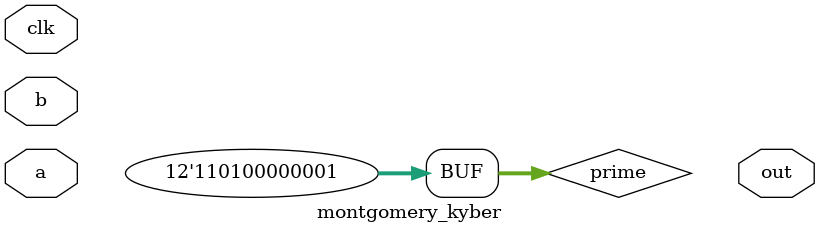
<source format=v>
`timescale 1ns / 1ps
module montgomery_kyber(clk,a,b,out);
input clk;
input [11:0] a,b;
output [11:0] out;
wire [23:0] res;
reg [23:0] res_t;
wire [11:0] prime;
assign prime=12'd3329;

assign res=a*b;
always@(posedge clk) begin
    res_t<=res;
end
//write your code here

endmodule

</source>
